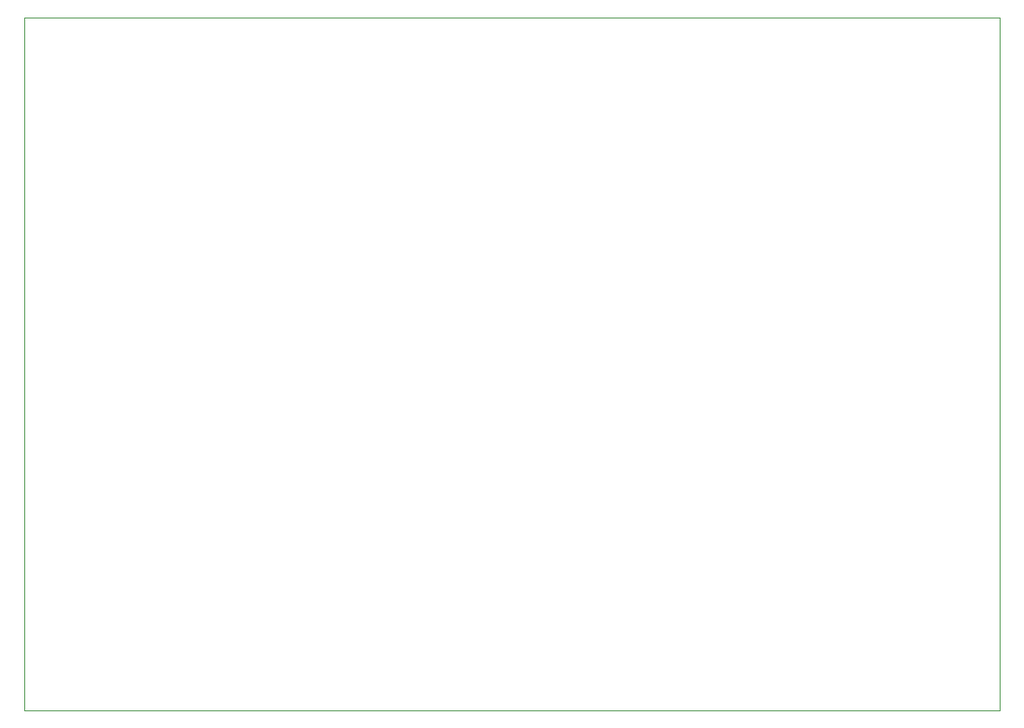
<source format=gbr>
%TF.GenerationSoftware,KiCad,Pcbnew,9.0.5*%
%TF.CreationDate,2025-10-19T16:10:15+05:30*%
%TF.ProjectId,KICADWORKSHOP_LED_CHASER,4b494341-4457-44f5-924b-53484f505f4c,rev?*%
%TF.SameCoordinates,Original*%
%TF.FileFunction,Profile,NP*%
%FSLAX46Y46*%
G04 Gerber Fmt 4.6, Leading zero omitted, Abs format (unit mm)*
G04 Created by KiCad (PCBNEW 9.0.5) date 2025-10-19 16:10:15*
%MOMM*%
%LPD*%
G01*
G04 APERTURE LIST*
%TA.AperFunction,Profile*%
%ADD10C,0.050000*%
%TD*%
G04 APERTURE END LIST*
D10*
X72000000Y-28500000D02*
X170500000Y-28500000D01*
X170500000Y-98500000D01*
X72000000Y-98500000D01*
X72000000Y-28500000D01*
M02*

</source>
